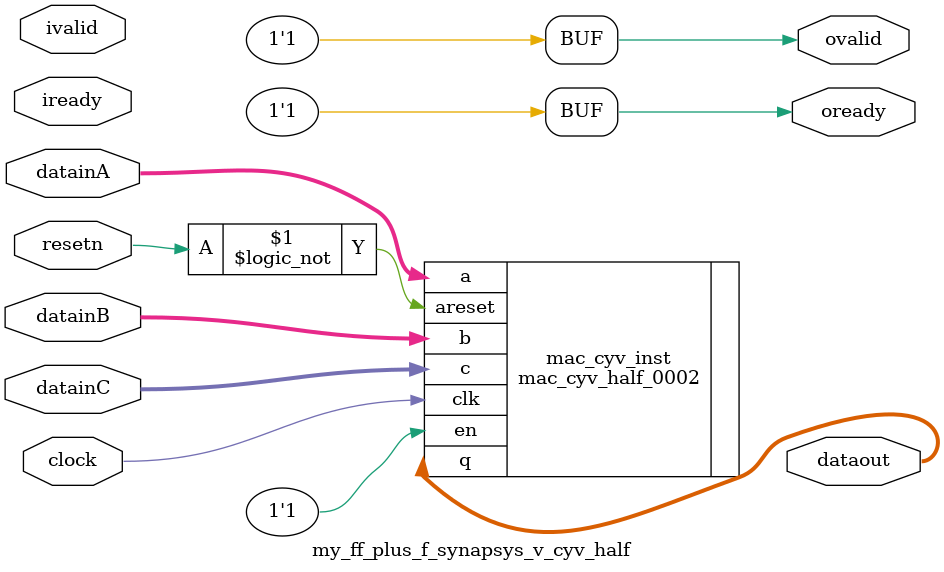
<source format=v>
module my_ff_plus_f_synapsys_v_cyv_half (

	input   clock,
	input   resetn,
	input   ivalid, 
	input   iready,
	output  ovalid, 
	output  oready,
	input   [15:0] datainC,	
	input   [15:0]  datainA,
	input   [15:0] datainB,
	output   [15:0]  dataout);
	
	
	
	/*
  logic [31:0] result_float;
  logic [31:0] result_float_reg;
  logic [31:0] result_float_reg2;
  logic [15:0] resulta_sfixed;
  
  logic		valid_reg;
  logic 	valid_reg2;
  logic		valid_reg3;
  logic		valid_reg4;
  logic signed [31:0] resulta_sfixed_reg1;
  
  logic [15:0] datain_reg, datain_reg2,datain_reg3, datain_reg4;
  */
  assign ovalid = 1'b1;
  assign oready = 1'b1;
  // ivalid, iready, resetn are ignored
  
/*
	multiplicador_ff u0 ( //latencia de 3
		.clk    (clock),    //   input,   width = 1,    clk.clk
		.areset (!resetn), //   input,   width = 1, areset.reset
		.a      (datainA),      //   input,  width = 32,      a.a
		.b      (datainB),      //   input,  width = 32,      b.b
		.q      (result_float)       //  output,  width = 32,      q.q
	);
	*/
	
	//latencia 9
	mac_cyv_half_0002 mac_cyv_inst (
		.clk    (clock),    //    clk.clk
		.areset (!resetn), // areset.reset
		.en     (1'b1),     //     en.en
		.a      (datainA),      //      a.a
		.b      (datainB),      //      b.b
		.c      (datainC),      //      c.c
		.q      (dataout)       //      q.q
	);


	 
	 
endmodule

</source>
